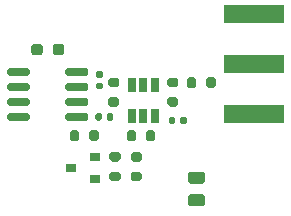
<source format=gbr>
G04 #@! TF.GenerationSoftware,KiCad,Pcbnew,(5.1.9)-1*
G04 #@! TF.CreationDate,2021-04-02T20:51:07-05:00*
G04 #@! TF.ProjectId,coax-probe,636f6178-2d70-4726-9f62-652e6b696361,rev?*
G04 #@! TF.SameCoordinates,Original*
G04 #@! TF.FileFunction,Paste,Top*
G04 #@! TF.FilePolarity,Positive*
%FSLAX46Y46*%
G04 Gerber Fmt 4.6, Leading zero omitted, Abs format (unit mm)*
G04 Created by KiCad (PCBNEW (5.1.9)-1) date 2021-04-02 20:51:07*
%MOMM*%
%LPD*%
G01*
G04 APERTURE LIST*
%ADD10R,0.650000X1.220000*%
%ADD11R,0.900000X0.800000*%
%ADD12R,5.080000X1.500000*%
G04 APERTURE END LIST*
G36*
G01*
X164575000Y-75762500D02*
X164575000Y-76237500D01*
G75*
G02*
X164337500Y-76475000I-237500J0D01*
G01*
X163837500Y-76475000D01*
G75*
G02*
X163600000Y-76237500I0J237500D01*
G01*
X163600000Y-75762500D01*
G75*
G02*
X163837500Y-75525000I237500J0D01*
G01*
X164337500Y-75525000D01*
G75*
G02*
X164575000Y-75762500I0J-237500D01*
G01*
G37*
G36*
G01*
X166400000Y-75762500D02*
X166400000Y-76237500D01*
G75*
G02*
X166162500Y-76475000I-237500J0D01*
G01*
X165662500Y-76475000D01*
G75*
G02*
X165425000Y-76237500I0J237500D01*
G01*
X165425000Y-75762500D01*
G75*
G02*
X165662500Y-75525000I237500J0D01*
G01*
X166162500Y-75525000D01*
G75*
G02*
X166400000Y-75762500I0J-237500D01*
G01*
G37*
G36*
G01*
X169570000Y-78400000D02*
X169230000Y-78400000D01*
G75*
G02*
X169090000Y-78260000I0J140000D01*
G01*
X169090000Y-77980000D01*
G75*
G02*
X169230000Y-77840000I140000J0D01*
G01*
X169570000Y-77840000D01*
G75*
G02*
X169710000Y-77980000I0J-140000D01*
G01*
X169710000Y-78260000D01*
G75*
G02*
X169570000Y-78400000I-140000J0D01*
G01*
G37*
G36*
G01*
X169570000Y-79360000D02*
X169230000Y-79360000D01*
G75*
G02*
X169090000Y-79220000I0J140000D01*
G01*
X169090000Y-78940000D01*
G75*
G02*
X169230000Y-78800000I140000J0D01*
G01*
X169570000Y-78800000D01*
G75*
G02*
X169710000Y-78940000I0J-140000D01*
G01*
X169710000Y-79220000D01*
G75*
G02*
X169570000Y-79360000I-140000J0D01*
G01*
G37*
G36*
G01*
X166500000Y-78045000D02*
X166500000Y-77745000D01*
G75*
G02*
X166650000Y-77595000I150000J0D01*
G01*
X168300000Y-77595000D01*
G75*
G02*
X168450000Y-77745000I0J-150000D01*
G01*
X168450000Y-78045000D01*
G75*
G02*
X168300000Y-78195000I-150000J0D01*
G01*
X166650000Y-78195000D01*
G75*
G02*
X166500000Y-78045000I0J150000D01*
G01*
G37*
G36*
G01*
X166500000Y-79315000D02*
X166500000Y-79015000D01*
G75*
G02*
X166650000Y-78865000I150000J0D01*
G01*
X168300000Y-78865000D01*
G75*
G02*
X168450000Y-79015000I0J-150000D01*
G01*
X168450000Y-79315000D01*
G75*
G02*
X168300000Y-79465000I-150000J0D01*
G01*
X166650000Y-79465000D01*
G75*
G02*
X166500000Y-79315000I0J150000D01*
G01*
G37*
G36*
G01*
X166500000Y-80585000D02*
X166500000Y-80285000D01*
G75*
G02*
X166650000Y-80135000I150000J0D01*
G01*
X168300000Y-80135000D01*
G75*
G02*
X168450000Y-80285000I0J-150000D01*
G01*
X168450000Y-80585000D01*
G75*
G02*
X168300000Y-80735000I-150000J0D01*
G01*
X166650000Y-80735000D01*
G75*
G02*
X166500000Y-80585000I0J150000D01*
G01*
G37*
G36*
G01*
X166500000Y-81855000D02*
X166500000Y-81555000D01*
G75*
G02*
X166650000Y-81405000I150000J0D01*
G01*
X168300000Y-81405000D01*
G75*
G02*
X168450000Y-81555000I0J-150000D01*
G01*
X168450000Y-81855000D01*
G75*
G02*
X168300000Y-82005000I-150000J0D01*
G01*
X166650000Y-82005000D01*
G75*
G02*
X166500000Y-81855000I0J150000D01*
G01*
G37*
G36*
G01*
X161550000Y-81855000D02*
X161550000Y-81555000D01*
G75*
G02*
X161700000Y-81405000I150000J0D01*
G01*
X163350000Y-81405000D01*
G75*
G02*
X163500000Y-81555000I0J-150000D01*
G01*
X163500000Y-81855000D01*
G75*
G02*
X163350000Y-82005000I-150000J0D01*
G01*
X161700000Y-82005000D01*
G75*
G02*
X161550000Y-81855000I0J150000D01*
G01*
G37*
G36*
G01*
X161550000Y-80585000D02*
X161550000Y-80285000D01*
G75*
G02*
X161700000Y-80135000I150000J0D01*
G01*
X163350000Y-80135000D01*
G75*
G02*
X163500000Y-80285000I0J-150000D01*
G01*
X163500000Y-80585000D01*
G75*
G02*
X163350000Y-80735000I-150000J0D01*
G01*
X161700000Y-80735000D01*
G75*
G02*
X161550000Y-80585000I0J150000D01*
G01*
G37*
G36*
G01*
X161550000Y-79315000D02*
X161550000Y-79015000D01*
G75*
G02*
X161700000Y-78865000I150000J0D01*
G01*
X163350000Y-78865000D01*
G75*
G02*
X163500000Y-79015000I0J-150000D01*
G01*
X163500000Y-79315000D01*
G75*
G02*
X163350000Y-79465000I-150000J0D01*
G01*
X161700000Y-79465000D01*
G75*
G02*
X161550000Y-79315000I0J150000D01*
G01*
G37*
G36*
G01*
X161550000Y-78045000D02*
X161550000Y-77745000D01*
G75*
G02*
X161700000Y-77595000I150000J0D01*
G01*
X163350000Y-77595000D01*
G75*
G02*
X163500000Y-77745000I0J-150000D01*
G01*
X163500000Y-78045000D01*
G75*
G02*
X163350000Y-78195000I-150000J0D01*
G01*
X161700000Y-78195000D01*
G75*
G02*
X161550000Y-78045000I0J150000D01*
G01*
G37*
D10*
X174050000Y-81610000D03*
X173100000Y-81610000D03*
X172150000Y-81610000D03*
X172150000Y-78990000D03*
X173100000Y-78990000D03*
X174050000Y-78990000D03*
D11*
X167000000Y-86000000D03*
X169000000Y-85050000D03*
X169000000Y-86950000D03*
G36*
G01*
X177125000Y-88250000D02*
X178075000Y-88250000D01*
G75*
G02*
X178325000Y-88500000I0J-250000D01*
G01*
X178325000Y-89000000D01*
G75*
G02*
X178075000Y-89250000I-250000J0D01*
G01*
X177125000Y-89250000D01*
G75*
G02*
X176875000Y-89000000I0J250000D01*
G01*
X176875000Y-88500000D01*
G75*
G02*
X177125000Y-88250000I250000J0D01*
G01*
G37*
G36*
G01*
X177125000Y-86350000D02*
X178075000Y-86350000D01*
G75*
G02*
X178325000Y-86600000I0J-250000D01*
G01*
X178325000Y-87100000D01*
G75*
G02*
X178075000Y-87350000I-250000J0D01*
G01*
X177125000Y-87350000D01*
G75*
G02*
X176875000Y-87100000I0J250000D01*
G01*
X176875000Y-86600000D01*
G75*
G02*
X177125000Y-86350000I250000J0D01*
G01*
G37*
G36*
G01*
X170425000Y-86325000D02*
X170975000Y-86325000D01*
G75*
G02*
X171175000Y-86525000I0J-200000D01*
G01*
X171175000Y-86925000D01*
G75*
G02*
X170975000Y-87125000I-200000J0D01*
G01*
X170425000Y-87125000D01*
G75*
G02*
X170225000Y-86925000I0J200000D01*
G01*
X170225000Y-86525000D01*
G75*
G02*
X170425000Y-86325000I200000J0D01*
G01*
G37*
G36*
G01*
X170425000Y-84675000D02*
X170975000Y-84675000D01*
G75*
G02*
X171175000Y-84875000I0J-200000D01*
G01*
X171175000Y-85275000D01*
G75*
G02*
X170975000Y-85475000I-200000J0D01*
G01*
X170425000Y-85475000D01*
G75*
G02*
X170225000Y-85275000I0J200000D01*
G01*
X170225000Y-84875000D01*
G75*
G02*
X170425000Y-84675000I200000J0D01*
G01*
G37*
G36*
G01*
X170325000Y-80025000D02*
X170875000Y-80025000D01*
G75*
G02*
X171075000Y-80225000I0J-200000D01*
G01*
X171075000Y-80625000D01*
G75*
G02*
X170875000Y-80825000I-200000J0D01*
G01*
X170325000Y-80825000D01*
G75*
G02*
X170125000Y-80625000I0J200000D01*
G01*
X170125000Y-80225000D01*
G75*
G02*
X170325000Y-80025000I200000J0D01*
G01*
G37*
G36*
G01*
X170325000Y-78375000D02*
X170875000Y-78375000D01*
G75*
G02*
X171075000Y-78575000I0J-200000D01*
G01*
X171075000Y-78975000D01*
G75*
G02*
X170875000Y-79175000I-200000J0D01*
G01*
X170325000Y-79175000D01*
G75*
G02*
X170125000Y-78975000I0J200000D01*
G01*
X170125000Y-78575000D01*
G75*
G02*
X170325000Y-78375000I200000J0D01*
G01*
G37*
G36*
G01*
X170000000Y-81870000D02*
X170000000Y-81530000D01*
G75*
G02*
X170140000Y-81390000I140000J0D01*
G01*
X170420000Y-81390000D01*
G75*
G02*
X170560000Y-81530000I0J-140000D01*
G01*
X170560000Y-81870000D01*
G75*
G02*
X170420000Y-82010000I-140000J0D01*
G01*
X170140000Y-82010000D01*
G75*
G02*
X170000000Y-81870000I0J140000D01*
G01*
G37*
G36*
G01*
X169040000Y-81870000D02*
X169040000Y-81530000D01*
G75*
G02*
X169180000Y-81390000I140000J0D01*
G01*
X169460000Y-81390000D01*
G75*
G02*
X169600000Y-81530000I0J-140000D01*
G01*
X169600000Y-81870000D01*
G75*
G02*
X169460000Y-82010000I-140000J0D01*
G01*
X169180000Y-82010000D01*
G75*
G02*
X169040000Y-81870000I0J140000D01*
G01*
G37*
G36*
G01*
X179225000Y-78525000D02*
X179225000Y-79075000D01*
G75*
G02*
X179025000Y-79275000I-200000J0D01*
G01*
X178625000Y-79275000D01*
G75*
G02*
X178425000Y-79075000I0J200000D01*
G01*
X178425000Y-78525000D01*
G75*
G02*
X178625000Y-78325000I200000J0D01*
G01*
X179025000Y-78325000D01*
G75*
G02*
X179225000Y-78525000I0J-200000D01*
G01*
G37*
G36*
G01*
X177575000Y-78525000D02*
X177575000Y-79075000D01*
G75*
G02*
X177375000Y-79275000I-200000J0D01*
G01*
X176975000Y-79275000D01*
G75*
G02*
X176775000Y-79075000I0J200000D01*
G01*
X176775000Y-78525000D01*
G75*
G02*
X176975000Y-78325000I200000J0D01*
G01*
X177375000Y-78325000D01*
G75*
G02*
X177575000Y-78525000I0J-200000D01*
G01*
G37*
G36*
G01*
X176200000Y-82170000D02*
X176200000Y-81830000D01*
G75*
G02*
X176340000Y-81690000I140000J0D01*
G01*
X176620000Y-81690000D01*
G75*
G02*
X176760000Y-81830000I0J-140000D01*
G01*
X176760000Y-82170000D01*
G75*
G02*
X176620000Y-82310000I-140000J0D01*
G01*
X176340000Y-82310000D01*
G75*
G02*
X176200000Y-82170000I0J140000D01*
G01*
G37*
G36*
G01*
X175240000Y-82170000D02*
X175240000Y-81830000D01*
G75*
G02*
X175380000Y-81690000I140000J0D01*
G01*
X175660000Y-81690000D01*
G75*
G02*
X175800000Y-81830000I0J-140000D01*
G01*
X175800000Y-82170000D01*
G75*
G02*
X175660000Y-82310000I-140000J0D01*
G01*
X175380000Y-82310000D01*
G75*
G02*
X175240000Y-82170000I0J140000D01*
G01*
G37*
G36*
G01*
X172775000Y-85475000D02*
X172225000Y-85475000D01*
G75*
G02*
X172025000Y-85275000I0J200000D01*
G01*
X172025000Y-84875000D01*
G75*
G02*
X172225000Y-84675000I200000J0D01*
G01*
X172775000Y-84675000D01*
G75*
G02*
X172975000Y-84875000I0J-200000D01*
G01*
X172975000Y-85275000D01*
G75*
G02*
X172775000Y-85475000I-200000J0D01*
G01*
G37*
G36*
G01*
X172775000Y-87125000D02*
X172225000Y-87125000D01*
G75*
G02*
X172025000Y-86925000I0J200000D01*
G01*
X172025000Y-86525000D01*
G75*
G02*
X172225000Y-86325000I200000J0D01*
G01*
X172775000Y-86325000D01*
G75*
G02*
X172975000Y-86525000I0J-200000D01*
G01*
X172975000Y-86925000D01*
G75*
G02*
X172775000Y-87125000I-200000J0D01*
G01*
G37*
G36*
G01*
X175325000Y-80025000D02*
X175875000Y-80025000D01*
G75*
G02*
X176075000Y-80225000I0J-200000D01*
G01*
X176075000Y-80625000D01*
G75*
G02*
X175875000Y-80825000I-200000J0D01*
G01*
X175325000Y-80825000D01*
G75*
G02*
X175125000Y-80625000I0J200000D01*
G01*
X175125000Y-80225000D01*
G75*
G02*
X175325000Y-80025000I200000J0D01*
G01*
G37*
G36*
G01*
X175325000Y-78375000D02*
X175875000Y-78375000D01*
G75*
G02*
X176075000Y-78575000I0J-200000D01*
G01*
X176075000Y-78975000D01*
G75*
G02*
X175875000Y-79175000I-200000J0D01*
G01*
X175325000Y-79175000D01*
G75*
G02*
X175125000Y-78975000I0J200000D01*
G01*
X175125000Y-78575000D01*
G75*
G02*
X175325000Y-78375000I200000J0D01*
G01*
G37*
G36*
G01*
X168525000Y-83575000D02*
X168525000Y-83025000D01*
G75*
G02*
X168725000Y-82825000I200000J0D01*
G01*
X169125000Y-82825000D01*
G75*
G02*
X169325000Y-83025000I0J-200000D01*
G01*
X169325000Y-83575000D01*
G75*
G02*
X169125000Y-83775000I-200000J0D01*
G01*
X168725000Y-83775000D01*
G75*
G02*
X168525000Y-83575000I0J200000D01*
G01*
G37*
G36*
G01*
X166875000Y-83575000D02*
X166875000Y-83025000D01*
G75*
G02*
X167075000Y-82825000I200000J0D01*
G01*
X167475000Y-82825000D01*
G75*
G02*
X167675000Y-83025000I0J-200000D01*
G01*
X167675000Y-83575000D01*
G75*
G02*
X167475000Y-83775000I-200000J0D01*
G01*
X167075000Y-83775000D01*
G75*
G02*
X166875000Y-83575000I0J200000D01*
G01*
G37*
G36*
G01*
X173325000Y-83575000D02*
X173325000Y-83025000D01*
G75*
G02*
X173525000Y-82825000I200000J0D01*
G01*
X173925000Y-82825000D01*
G75*
G02*
X174125000Y-83025000I0J-200000D01*
G01*
X174125000Y-83575000D01*
G75*
G02*
X173925000Y-83775000I-200000J0D01*
G01*
X173525000Y-83775000D01*
G75*
G02*
X173325000Y-83575000I0J200000D01*
G01*
G37*
G36*
G01*
X171675000Y-83575000D02*
X171675000Y-83025000D01*
G75*
G02*
X171875000Y-82825000I200000J0D01*
G01*
X172275000Y-82825000D01*
G75*
G02*
X172475000Y-83025000I0J-200000D01*
G01*
X172475000Y-83575000D01*
G75*
G02*
X172275000Y-83775000I-200000J0D01*
G01*
X171875000Y-83775000D01*
G75*
G02*
X171675000Y-83575000I0J200000D01*
G01*
G37*
D12*
X182450000Y-77200000D03*
X182450000Y-72950000D03*
X182450000Y-81450000D03*
M02*

</source>
